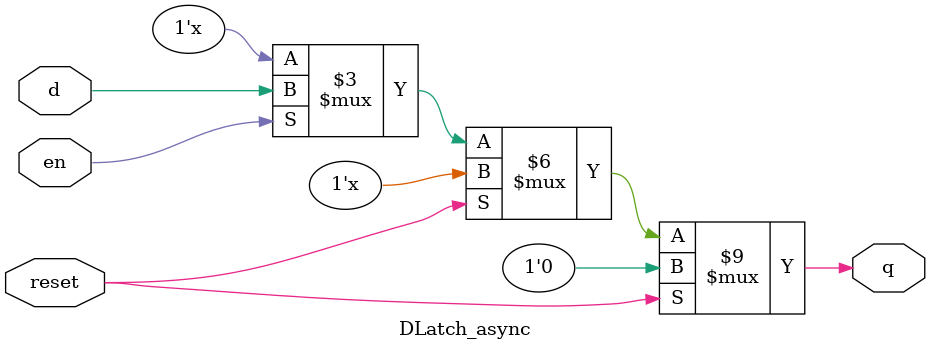
<source format=v>
module DLatch_async(
	input wire d,
	input wire en,
	input wire reset,
	output reg q
);
	always @(*) begin
		if (reset)
			q = 1'b0;
		else if (en)
			q = d;
	end
endmodule


</source>
